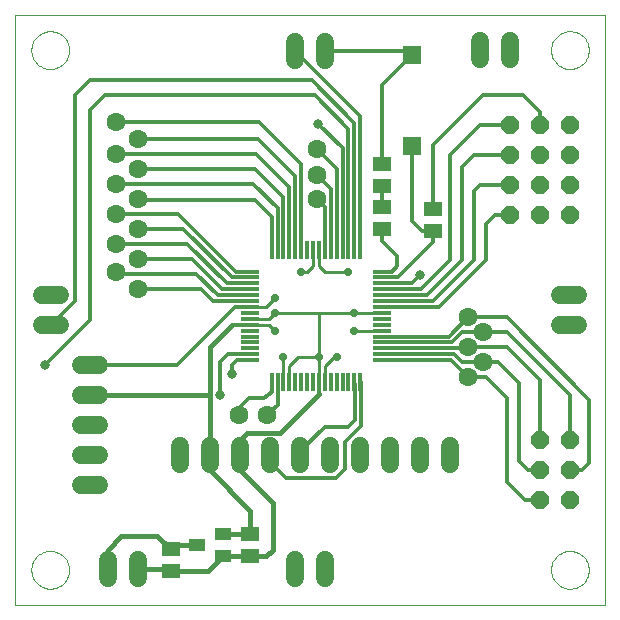
<source format=gtl>
G75*
G70*
%OFA0B0*%
%FSLAX24Y24*%
%IPPOS*%
%LPD*%
%AMOC8*
5,1,8,0,0,1.08239X$1,22.5*
%
%ADD10C,0.0000*%
%ADD11R,0.0630X0.0118*%
%ADD12R,0.0118X0.0630*%
%ADD13C,0.0630*%
%ADD14C,0.0600*%
%ADD15OC8,0.0600*%
%ADD16R,0.0591X0.0512*%
%ADD17R,0.0551X0.0394*%
%ADD18R,0.0630X0.0630*%
%ADD19C,0.0100*%
%ADD20C,0.0277*%
%ADD21C,0.0120*%
%ADD22C,0.0317*%
%ADD23C,0.0160*%
D10*
X003295Y003295D02*
X022980Y003295D01*
X022980Y022980D01*
X003295Y022980D01*
X003295Y003295D01*
X003846Y004476D02*
X003848Y004526D01*
X003854Y004576D01*
X003864Y004625D01*
X003878Y004673D01*
X003895Y004720D01*
X003916Y004765D01*
X003941Y004809D01*
X003969Y004850D01*
X004001Y004889D01*
X004035Y004926D01*
X004072Y004960D01*
X004112Y004990D01*
X004154Y005017D01*
X004198Y005041D01*
X004244Y005062D01*
X004291Y005078D01*
X004339Y005091D01*
X004389Y005100D01*
X004438Y005105D01*
X004489Y005106D01*
X004539Y005103D01*
X004588Y005096D01*
X004637Y005085D01*
X004685Y005070D01*
X004731Y005052D01*
X004776Y005030D01*
X004819Y005004D01*
X004860Y004975D01*
X004899Y004943D01*
X004935Y004908D01*
X004967Y004870D01*
X004997Y004830D01*
X005024Y004787D01*
X005047Y004743D01*
X005066Y004697D01*
X005082Y004649D01*
X005094Y004600D01*
X005102Y004551D01*
X005106Y004501D01*
X005106Y004451D01*
X005102Y004401D01*
X005094Y004352D01*
X005082Y004303D01*
X005066Y004255D01*
X005047Y004209D01*
X005024Y004165D01*
X004997Y004122D01*
X004967Y004082D01*
X004935Y004044D01*
X004899Y004009D01*
X004860Y003977D01*
X004819Y003948D01*
X004776Y003922D01*
X004731Y003900D01*
X004685Y003882D01*
X004637Y003867D01*
X004588Y003856D01*
X004539Y003849D01*
X004489Y003846D01*
X004438Y003847D01*
X004389Y003852D01*
X004339Y003861D01*
X004291Y003874D01*
X004244Y003890D01*
X004198Y003911D01*
X004154Y003935D01*
X004112Y003962D01*
X004072Y003992D01*
X004035Y004026D01*
X004001Y004063D01*
X003969Y004102D01*
X003941Y004143D01*
X003916Y004187D01*
X003895Y004232D01*
X003878Y004279D01*
X003864Y004327D01*
X003854Y004376D01*
X003848Y004426D01*
X003846Y004476D01*
X003846Y021799D02*
X003848Y021849D01*
X003854Y021899D01*
X003864Y021948D01*
X003878Y021996D01*
X003895Y022043D01*
X003916Y022088D01*
X003941Y022132D01*
X003969Y022173D01*
X004001Y022212D01*
X004035Y022249D01*
X004072Y022283D01*
X004112Y022313D01*
X004154Y022340D01*
X004198Y022364D01*
X004244Y022385D01*
X004291Y022401D01*
X004339Y022414D01*
X004389Y022423D01*
X004438Y022428D01*
X004489Y022429D01*
X004539Y022426D01*
X004588Y022419D01*
X004637Y022408D01*
X004685Y022393D01*
X004731Y022375D01*
X004776Y022353D01*
X004819Y022327D01*
X004860Y022298D01*
X004899Y022266D01*
X004935Y022231D01*
X004967Y022193D01*
X004997Y022153D01*
X005024Y022110D01*
X005047Y022066D01*
X005066Y022020D01*
X005082Y021972D01*
X005094Y021923D01*
X005102Y021874D01*
X005106Y021824D01*
X005106Y021774D01*
X005102Y021724D01*
X005094Y021675D01*
X005082Y021626D01*
X005066Y021578D01*
X005047Y021532D01*
X005024Y021488D01*
X004997Y021445D01*
X004967Y021405D01*
X004935Y021367D01*
X004899Y021332D01*
X004860Y021300D01*
X004819Y021271D01*
X004776Y021245D01*
X004731Y021223D01*
X004685Y021205D01*
X004637Y021190D01*
X004588Y021179D01*
X004539Y021172D01*
X004489Y021169D01*
X004438Y021170D01*
X004389Y021175D01*
X004339Y021184D01*
X004291Y021197D01*
X004244Y021213D01*
X004198Y021234D01*
X004154Y021258D01*
X004112Y021285D01*
X004072Y021315D01*
X004035Y021349D01*
X004001Y021386D01*
X003969Y021425D01*
X003941Y021466D01*
X003916Y021510D01*
X003895Y021555D01*
X003878Y021602D01*
X003864Y021650D01*
X003854Y021699D01*
X003848Y021749D01*
X003846Y021799D01*
X021169Y021799D02*
X021171Y021849D01*
X021177Y021899D01*
X021187Y021948D01*
X021201Y021996D01*
X021218Y022043D01*
X021239Y022088D01*
X021264Y022132D01*
X021292Y022173D01*
X021324Y022212D01*
X021358Y022249D01*
X021395Y022283D01*
X021435Y022313D01*
X021477Y022340D01*
X021521Y022364D01*
X021567Y022385D01*
X021614Y022401D01*
X021662Y022414D01*
X021712Y022423D01*
X021761Y022428D01*
X021812Y022429D01*
X021862Y022426D01*
X021911Y022419D01*
X021960Y022408D01*
X022008Y022393D01*
X022054Y022375D01*
X022099Y022353D01*
X022142Y022327D01*
X022183Y022298D01*
X022222Y022266D01*
X022258Y022231D01*
X022290Y022193D01*
X022320Y022153D01*
X022347Y022110D01*
X022370Y022066D01*
X022389Y022020D01*
X022405Y021972D01*
X022417Y021923D01*
X022425Y021874D01*
X022429Y021824D01*
X022429Y021774D01*
X022425Y021724D01*
X022417Y021675D01*
X022405Y021626D01*
X022389Y021578D01*
X022370Y021532D01*
X022347Y021488D01*
X022320Y021445D01*
X022290Y021405D01*
X022258Y021367D01*
X022222Y021332D01*
X022183Y021300D01*
X022142Y021271D01*
X022099Y021245D01*
X022054Y021223D01*
X022008Y021205D01*
X021960Y021190D01*
X021911Y021179D01*
X021862Y021172D01*
X021812Y021169D01*
X021761Y021170D01*
X021712Y021175D01*
X021662Y021184D01*
X021614Y021197D01*
X021567Y021213D01*
X021521Y021234D01*
X021477Y021258D01*
X021435Y021285D01*
X021395Y021315D01*
X021358Y021349D01*
X021324Y021386D01*
X021292Y021425D01*
X021264Y021466D01*
X021239Y021510D01*
X021218Y021555D01*
X021201Y021602D01*
X021187Y021650D01*
X021177Y021699D01*
X021171Y021749D01*
X021169Y021799D01*
X021169Y004476D02*
X021171Y004526D01*
X021177Y004576D01*
X021187Y004625D01*
X021201Y004673D01*
X021218Y004720D01*
X021239Y004765D01*
X021264Y004809D01*
X021292Y004850D01*
X021324Y004889D01*
X021358Y004926D01*
X021395Y004960D01*
X021435Y004990D01*
X021477Y005017D01*
X021521Y005041D01*
X021567Y005062D01*
X021614Y005078D01*
X021662Y005091D01*
X021712Y005100D01*
X021761Y005105D01*
X021812Y005106D01*
X021862Y005103D01*
X021911Y005096D01*
X021960Y005085D01*
X022008Y005070D01*
X022054Y005052D01*
X022099Y005030D01*
X022142Y005004D01*
X022183Y004975D01*
X022222Y004943D01*
X022258Y004908D01*
X022290Y004870D01*
X022320Y004830D01*
X022347Y004787D01*
X022370Y004743D01*
X022389Y004697D01*
X022405Y004649D01*
X022417Y004600D01*
X022425Y004551D01*
X022429Y004501D01*
X022429Y004451D01*
X022425Y004401D01*
X022417Y004352D01*
X022405Y004303D01*
X022389Y004255D01*
X022370Y004209D01*
X022347Y004165D01*
X022320Y004122D01*
X022290Y004082D01*
X022258Y004044D01*
X022222Y004009D01*
X022183Y003977D01*
X022142Y003948D01*
X022099Y003922D01*
X022054Y003900D01*
X022008Y003882D01*
X021960Y003867D01*
X021911Y003856D01*
X021862Y003849D01*
X021812Y003846D01*
X021761Y003847D01*
X021712Y003852D01*
X021662Y003861D01*
X021614Y003874D01*
X021567Y003890D01*
X021521Y003911D01*
X021477Y003935D01*
X021435Y003962D01*
X021395Y003992D01*
X021358Y004026D01*
X021324Y004063D01*
X021292Y004102D01*
X021264Y004143D01*
X021239Y004187D01*
X021218Y004232D01*
X021201Y004279D01*
X021187Y004327D01*
X021177Y004376D01*
X021171Y004426D01*
X021169Y004476D01*
D11*
X015539Y011465D03*
X015539Y011661D03*
X015539Y011858D03*
X015539Y012055D03*
X015539Y012252D03*
X015539Y012449D03*
X015539Y012646D03*
X015539Y012843D03*
X015539Y013039D03*
X015539Y013236D03*
X015539Y013433D03*
X015539Y013630D03*
X015539Y013827D03*
X015539Y014024D03*
X015539Y014220D03*
X015539Y014417D03*
X011130Y014417D03*
X011130Y014220D03*
X011130Y014024D03*
X011130Y013827D03*
X011130Y013630D03*
X011130Y013433D03*
X011130Y013236D03*
X011130Y013039D03*
X011130Y012843D03*
X011130Y012646D03*
X011130Y012449D03*
X011130Y012252D03*
X011130Y012055D03*
X011130Y011858D03*
X011130Y011661D03*
X011130Y011465D03*
D12*
X011858Y010736D03*
X012055Y010736D03*
X012252Y010736D03*
X012449Y010736D03*
X012646Y010736D03*
X012843Y010736D03*
X013039Y010736D03*
X013236Y010736D03*
X013433Y010736D03*
X013630Y010736D03*
X013827Y010736D03*
X014024Y010736D03*
X014220Y010736D03*
X014417Y010736D03*
X014614Y010736D03*
X014811Y010736D03*
X014811Y015146D03*
X014614Y015146D03*
X014417Y015146D03*
X014220Y015146D03*
X014024Y015146D03*
X013827Y015146D03*
X013630Y015146D03*
X013433Y015146D03*
X013236Y015146D03*
X013039Y015146D03*
X012843Y015146D03*
X012646Y015146D03*
X012449Y015146D03*
X012252Y015146D03*
X012055Y015146D03*
X011858Y015146D03*
D13*
X013357Y016836D03*
X013357Y017636D03*
X013357Y018486D03*
X018407Y012886D03*
X018907Y012386D03*
X018407Y011886D03*
X018907Y011386D03*
X018407Y010886D03*
X011707Y009636D03*
X010757Y009636D03*
X007407Y013836D03*
X006657Y014386D03*
X007407Y014836D03*
X006657Y015336D03*
X007407Y015836D03*
X006657Y016336D03*
X007407Y016836D03*
X006657Y017336D03*
X007407Y017836D03*
X006657Y018336D03*
X007407Y018836D03*
X006657Y019386D03*
D14*
X004800Y013638D02*
X004200Y013638D01*
X004200Y012638D02*
X004800Y012638D01*
X005495Y011295D02*
X006095Y011295D01*
X006095Y010295D02*
X005495Y010295D01*
X005495Y009295D02*
X006095Y009295D01*
X006095Y008295D02*
X005495Y008295D01*
X005495Y007295D02*
X006095Y007295D01*
X006388Y004800D02*
X006388Y004200D01*
X007388Y004200D02*
X007388Y004800D01*
X008795Y007995D02*
X008795Y008595D01*
X009795Y008595D02*
X009795Y007995D01*
X010795Y007995D02*
X010795Y008595D01*
X011795Y008595D02*
X011795Y007995D01*
X012795Y007995D02*
X012795Y008595D01*
X013795Y008595D02*
X013795Y007995D01*
X014795Y007995D02*
X014795Y008595D01*
X015795Y008595D02*
X015795Y007995D01*
X016795Y007995D02*
X016795Y008595D01*
X017795Y008595D02*
X017795Y007995D01*
X013638Y004800D02*
X013638Y004200D01*
X012638Y004200D02*
X012638Y004800D01*
X021476Y012638D02*
X022076Y012638D01*
X022076Y013638D02*
X021476Y013638D01*
X019795Y021495D02*
X019795Y022095D01*
X018795Y022095D02*
X018795Y021495D01*
X013638Y021476D02*
X013638Y022076D01*
X012638Y022076D02*
X012638Y021476D01*
D15*
X019795Y019295D03*
X019795Y018295D03*
X019795Y017295D03*
X019795Y016295D03*
X020795Y016295D03*
X020795Y017295D03*
X021795Y017295D03*
X021795Y016295D03*
X021795Y018295D03*
X020795Y018295D03*
X020795Y019295D03*
X021795Y019295D03*
X021795Y008795D03*
X020795Y008795D03*
X020795Y007795D03*
X021795Y007795D03*
X021795Y006795D03*
X020795Y006795D03*
D16*
X017245Y015771D03*
X017245Y016519D03*
X015545Y016569D03*
X015545Y017271D03*
X015545Y018019D03*
X015545Y015821D03*
X011145Y005669D03*
X011145Y004921D03*
X008495Y005169D03*
X008495Y004421D03*
D17*
X009362Y005295D03*
X010228Y004921D03*
X010228Y005669D03*
D18*
X016545Y018595D03*
X016545Y021645D03*
D19*
X013433Y015146D02*
X013433Y014614D01*
X013630Y014417D01*
X014417Y014417D01*
X013236Y014614D02*
X013039Y014417D01*
X012843Y014417D01*
X013236Y014614D02*
X013236Y015146D01*
X011957Y013531D02*
X011661Y013236D01*
X011130Y013236D01*
X011130Y012843D02*
X011760Y012843D01*
X011957Y013039D01*
X013433Y013039D01*
X013433Y011563D01*
X012744Y011563D01*
X012449Y011268D01*
X012449Y010736D01*
X012252Y010736D02*
X012252Y011563D01*
X011957Y012449D02*
X011760Y012646D01*
X011130Y012646D01*
X013433Y013039D02*
X014614Y013039D01*
X015539Y013039D01*
X015539Y012449D02*
X014614Y012449D01*
X014024Y011563D02*
X013925Y011563D01*
X013630Y011268D01*
X013630Y010736D01*
X013433Y010736D02*
X013433Y011563D01*
D20*
X013433Y011563D03*
X014024Y011563D03*
X014614Y012449D03*
X014614Y013039D03*
X014417Y014417D03*
X012843Y014417D03*
X011957Y013531D03*
X011957Y013039D03*
X011957Y012449D03*
X012252Y011563D03*
D21*
X012055Y010736D02*
X012055Y009983D01*
X011707Y009636D01*
X011595Y010195D02*
X011095Y010195D01*
X010795Y009895D01*
X010845Y009824D01*
X010757Y009636D01*
X010145Y010295D02*
X010145Y011395D01*
X010411Y011661D01*
X011130Y011661D01*
X011130Y011465D02*
X010715Y011465D01*
X010545Y011295D01*
X010545Y010995D01*
X011595Y010195D02*
X011858Y010408D01*
X011858Y010736D01*
X013433Y010736D02*
X013433Y010333D01*
X013620Y009245D02*
X014395Y009245D01*
X014620Y009470D01*
X014620Y010667D01*
X014614Y010736D01*
X014811Y010736D02*
X014820Y010720D01*
X014820Y009270D01*
X014295Y008745D01*
X014295Y007820D01*
X013995Y007520D01*
X012345Y007520D01*
X011795Y008070D01*
X011795Y008295D01*
X012795Y008295D02*
X012795Y008420D01*
X013620Y009245D01*
X015539Y011465D02*
X017829Y011465D01*
X018407Y010886D01*
X019005Y010886D01*
X019695Y010195D01*
X019695Y007395D01*
X020295Y006795D01*
X020795Y006795D01*
X020795Y007795D02*
X020395Y007795D01*
X020095Y008095D01*
X020095Y010695D01*
X019405Y011386D01*
X018907Y011386D01*
X018698Y011395D01*
X018195Y011395D01*
X017929Y011661D01*
X015539Y011661D01*
X015539Y011858D02*
X018380Y011858D01*
X018407Y011886D01*
X019705Y011886D01*
X020795Y010795D01*
X020795Y008795D01*
X021795Y008795D02*
X021795Y010295D01*
X019705Y012386D01*
X018907Y012386D01*
X018798Y012395D01*
X018195Y012395D01*
X017855Y012055D01*
X015539Y012055D01*
X015539Y012252D02*
X017774Y012252D01*
X018407Y012886D01*
X019705Y012886D01*
X022445Y010145D01*
X022445Y008045D01*
X022195Y007795D01*
X021795Y007795D01*
X017436Y013236D02*
X018995Y014795D01*
X018995Y015995D01*
X019295Y016295D01*
X019795Y016295D01*
X019795Y017295D02*
X018795Y017295D01*
X018595Y017095D01*
X018595Y014795D01*
X017233Y013433D01*
X015539Y013433D01*
X015539Y013236D02*
X017436Y013236D01*
X017030Y013630D02*
X018195Y014795D01*
X018195Y017895D01*
X018595Y018295D01*
X019795Y018295D01*
X019795Y019295D02*
X018795Y019295D01*
X017795Y018295D01*
X017795Y014795D01*
X016827Y013827D01*
X015539Y013827D01*
X015539Y014024D02*
X016524Y014024D01*
X016795Y014295D01*
X016070Y014220D02*
X017245Y015395D01*
X017245Y015771D01*
X016869Y015771D01*
X016545Y016095D01*
X016545Y018595D01*
X017245Y018645D02*
X018895Y020295D01*
X020245Y020295D01*
X020795Y019745D01*
X020795Y019295D01*
X017245Y018645D02*
X017245Y016519D01*
X015545Y016569D02*
X015545Y017271D01*
X015545Y018019D02*
X015545Y020645D01*
X016545Y021645D01*
X016396Y021495D01*
X016516Y021776D01*
X013638Y021776D01*
X012638Y021776D02*
X014811Y019602D01*
X014811Y015146D01*
X014614Y015146D02*
X014614Y019376D01*
X013195Y020795D01*
X005795Y020795D01*
X005295Y020295D01*
X005295Y013433D01*
X004500Y012638D01*
X005795Y012795D02*
X004295Y011295D01*
X005795Y011295D02*
X008695Y011295D01*
X010636Y013236D01*
X011130Y013236D01*
X011130Y013433D02*
X009907Y013433D01*
X009495Y013845D01*
X007417Y013845D01*
X007407Y013836D01*
X006698Y014345D02*
X006657Y014386D01*
X006698Y014345D02*
X009345Y014345D01*
X010061Y013630D01*
X011130Y013630D01*
X011130Y013827D02*
X010214Y013827D01*
X009195Y014845D01*
X007417Y014845D01*
X007407Y014836D01*
X006667Y015345D02*
X006657Y015336D01*
X006667Y015345D02*
X009045Y015345D01*
X010367Y014024D01*
X011130Y014024D01*
X011130Y014220D02*
X010520Y014220D01*
X008895Y015845D01*
X007417Y015845D01*
X007407Y015836D01*
X006667Y016345D02*
X006657Y016336D01*
X006667Y016345D02*
X008745Y016345D01*
X010673Y014417D01*
X011130Y014417D01*
X011858Y015146D02*
X011858Y016232D01*
X011295Y016795D01*
X007448Y016795D01*
X007407Y016836D01*
X006717Y017345D02*
X006657Y017336D01*
X006717Y017345D02*
X011245Y017345D01*
X012055Y016535D01*
X012055Y015146D01*
X012252Y015146D02*
X012252Y016889D01*
X011295Y017845D01*
X007417Y017845D01*
X007407Y017836D01*
X006667Y018345D02*
X006657Y018336D01*
X006667Y018345D02*
X011345Y018345D01*
X012449Y017242D01*
X012449Y015146D01*
X012646Y015146D02*
X012646Y017595D01*
X011395Y018845D01*
X007417Y018845D01*
X007407Y018836D01*
X006667Y019395D02*
X006657Y019386D01*
X006667Y019395D02*
X011445Y019395D01*
X012843Y017998D01*
X012843Y015146D01*
X013630Y015146D02*
X013630Y016563D01*
X013357Y016836D01*
X013827Y017167D02*
X013357Y017636D01*
X013827Y017167D02*
X013827Y015146D01*
X014024Y015146D02*
X014024Y017820D01*
X013357Y018486D01*
X013395Y019345D02*
X014220Y018520D01*
X014220Y015146D01*
X014417Y015146D02*
X014417Y019173D01*
X013295Y020295D01*
X006295Y020295D01*
X005795Y019795D01*
X005795Y012795D01*
X010546Y012646D02*
X011130Y012646D01*
X011130Y012449D02*
X011076Y012445D01*
X015539Y013630D02*
X017030Y013630D01*
X016070Y014220D02*
X015539Y014220D01*
X015539Y014417D02*
X015867Y014417D01*
X016045Y014595D01*
X016045Y014945D01*
X015545Y015445D01*
X015545Y015821D01*
D22*
X016795Y014295D03*
X013395Y019345D03*
X010545Y010995D03*
X010145Y010295D03*
X004295Y011295D03*
D23*
X005795Y010295D02*
X009795Y010295D01*
X009795Y011895D01*
X010546Y012646D01*
X009795Y010295D02*
X009794Y008283D01*
X009795Y008295D01*
X009794Y008283D02*
X009795Y008095D01*
X009795Y007795D01*
X011145Y006445D01*
X011145Y005669D01*
X010228Y005669D01*
X010228Y004921D02*
X011145Y004921D01*
X011671Y004921D01*
X011895Y005145D01*
X011895Y006695D01*
X010795Y007795D01*
X010795Y008295D01*
X010795Y008795D01*
X011045Y009045D01*
X012145Y009045D01*
X013433Y010333D01*
X009362Y005295D02*
X008621Y005295D01*
X008495Y005169D01*
X008045Y005595D01*
X006845Y005595D01*
X006388Y005138D01*
X006388Y004500D01*
X007388Y004500D02*
X008417Y004500D01*
X008495Y004421D01*
X009728Y004421D01*
X010228Y004921D01*
M02*

</source>
